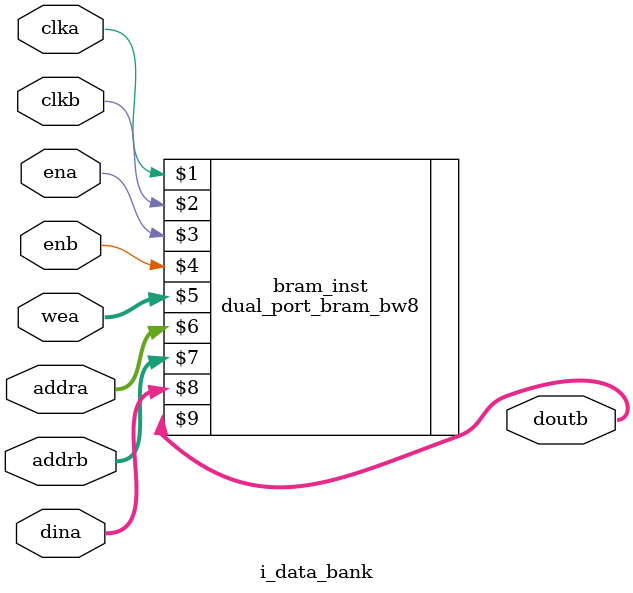
<source format=sv>
module i_data_bank #(
    parameter LEN_DATA = 32,
    parameter LEN_ADDR = 8
) (clka,clkb,ena,enb,wea,addra,addrb,dina,doutb);

    input clka,clkb,ena,enb;
    input [LEN_DATA/8-1:0]wea;
    input [LEN_ADDR-1:0] addra,addrb;
    input [LEN_DATA-1:0] dina;
    output [LEN_DATA-1:0] doutb;

    dual_port_bram_bw8 bram_inst(clka,clkb,ena,enb,wea,addra,addrb,dina,doutb);

endmodule
</source>
